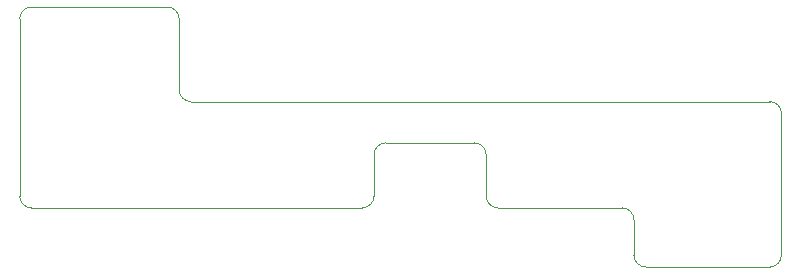
<source format=gm1>
G04 #@! TF.GenerationSoftware,KiCad,Pcbnew,8.0.0*
G04 #@! TF.CreationDate,2024-06-24T18:55:33+02:00*
G04 #@! TF.ProjectId,FT24-AMS_Slave-Piggy,46543234-2d41-44d5-935f-536c6176652d,rev?*
G04 #@! TF.SameCoordinates,Original*
G04 #@! TF.FileFunction,Profile,NP*
%FSLAX46Y46*%
G04 Gerber Fmt 4.6, Leading zero omitted, Abs format (unit mm)*
G04 Created by KiCad (PCBNEW 8.0.0) date 2024-06-24 18:55:33*
%MOMM*%
%LPD*%
G01*
G04 APERTURE LIST*
G04 #@! TA.AperFunction,Profile*
%ADD10C,0.100000*%
G04 #@! TD*
G04 APERTURE END LIST*
D10*
X180000000Y-103500000D02*
G75*
G02*
X181000000Y-104500000I0J-1000000D01*
G01*
X141500000Y-86500000D02*
G75*
G02*
X142500000Y-87500000I0J-1000000D01*
G01*
X142500000Y-87500000D02*
X142500000Y-93500000D01*
X193500000Y-107500000D02*
G75*
G02*
X192500000Y-108500000I-1000000J0D01*
G01*
X192500000Y-94500000D02*
G75*
G02*
X193500000Y-95500000I0J-1000000D01*
G01*
X167500000Y-98000000D02*
G75*
G02*
X168500000Y-99000000I0J-1000000D01*
G01*
X143500000Y-94500000D02*
X192500000Y-94500000D01*
X129000000Y-102500000D02*
X129000000Y-87500000D01*
X129000000Y-87500000D02*
G75*
G02*
X130000000Y-86500000I1000000J0D01*
G01*
X192500000Y-108500000D02*
X182000000Y-108500000D01*
X159000000Y-102500000D02*
X159000000Y-99000000D01*
X193500000Y-95500000D02*
X193500000Y-107500000D01*
X181000000Y-107500000D02*
X181000000Y-104500000D01*
X182000000Y-108500000D02*
G75*
G02*
X181000000Y-107500000I0J1000000D01*
G01*
X159000000Y-102500000D02*
G75*
G02*
X158000000Y-103500000I-1000000J0D01*
G01*
X130000000Y-103500000D02*
G75*
G02*
X129000000Y-102500000I0J1000000D01*
G01*
X159000000Y-99000000D02*
G75*
G02*
X160000000Y-98000000I1000000J0D01*
G01*
X169500000Y-103500000D02*
G75*
G02*
X168500000Y-102500000I0J1000000D01*
G01*
X130000000Y-103500000D02*
X158000000Y-103500000D01*
X160000000Y-98000000D02*
X167500000Y-98000000D01*
X169500000Y-103500000D02*
X180000000Y-103500000D01*
X168500000Y-99000000D02*
X168500000Y-102500000D01*
X130000000Y-86500000D02*
X141500000Y-86500000D01*
X143500000Y-94500000D02*
G75*
G02*
X142500000Y-93500000I0J1000000D01*
G01*
M02*

</source>
